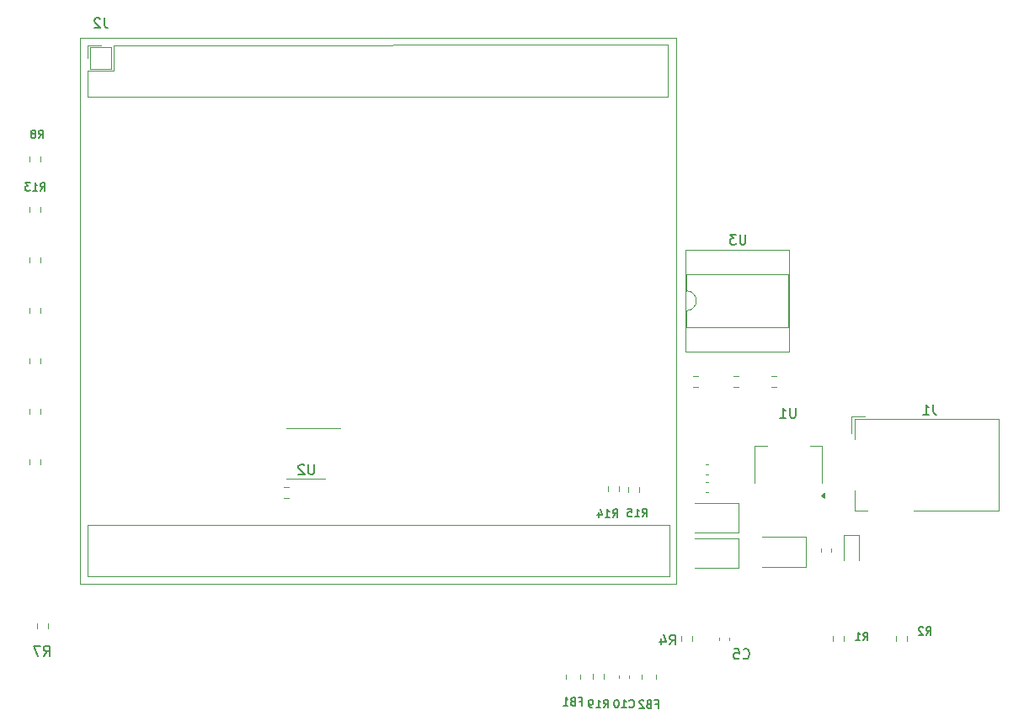
<source format=gbr>
%TF.GenerationSoftware,KiCad,Pcbnew,8.0.3*%
%TF.CreationDate,2024-06-28T15:17:55+09:00*%
%TF.ProjectId,KICAD-2,4b494341-442d-4322-9e6b-696361645f70,rev?*%
%TF.SameCoordinates,Original*%
%TF.FileFunction,Legend,Bot*%
%TF.FilePolarity,Positive*%
%FSLAX46Y46*%
G04 Gerber Fmt 4.6, Leading zero omitted, Abs format (unit mm)*
G04 Created by KiCad (PCBNEW 8.0.3) date 2024-06-28 15:17:55*
%MOMM*%
%LPD*%
G01*
G04 APERTURE LIST*
%ADD10C,0.150000*%
%ADD11C,0.120000*%
G04 APERTURE END LIST*
D10*
X159916416Y-124648997D02*
X160183082Y-124648997D01*
X160183082Y-125068045D02*
X160183082Y-124268045D01*
X160183082Y-124268045D02*
X159802130Y-124268045D01*
X159230702Y-124648997D02*
X159116416Y-124687092D01*
X159116416Y-124687092D02*
X159078321Y-124725188D01*
X159078321Y-124725188D02*
X159040225Y-124801378D01*
X159040225Y-124801378D02*
X159040225Y-124915664D01*
X159040225Y-124915664D02*
X159078321Y-124991854D01*
X159078321Y-124991854D02*
X159116416Y-125029950D01*
X159116416Y-125029950D02*
X159192606Y-125068045D01*
X159192606Y-125068045D02*
X159497368Y-125068045D01*
X159497368Y-125068045D02*
X159497368Y-124268045D01*
X159497368Y-124268045D02*
X159230702Y-124268045D01*
X159230702Y-124268045D02*
X159154511Y-124306140D01*
X159154511Y-124306140D02*
X159116416Y-124344235D01*
X159116416Y-124344235D02*
X159078321Y-124420426D01*
X159078321Y-124420426D02*
X159078321Y-124496616D01*
X159078321Y-124496616D02*
X159116416Y-124572807D01*
X159116416Y-124572807D02*
X159154511Y-124610902D01*
X159154511Y-124610902D02*
X159230702Y-124648997D01*
X159230702Y-124648997D02*
X159497368Y-124648997D01*
X158278321Y-125068045D02*
X158735464Y-125068045D01*
X158506892Y-125068045D02*
X158506892Y-124268045D01*
X158506892Y-124268045D02*
X158583083Y-124382330D01*
X158583083Y-124382330D02*
X158659273Y-124458521D01*
X158659273Y-124458521D02*
X158735464Y-124496616D01*
X164909249Y-125206963D02*
X164947345Y-125245059D01*
X164947345Y-125245059D02*
X165061630Y-125283154D01*
X165061630Y-125283154D02*
X165137821Y-125283154D01*
X165137821Y-125283154D02*
X165252107Y-125245059D01*
X165252107Y-125245059D02*
X165328297Y-125168868D01*
X165328297Y-125168868D02*
X165366392Y-125092678D01*
X165366392Y-125092678D02*
X165404488Y-124940297D01*
X165404488Y-124940297D02*
X165404488Y-124826011D01*
X165404488Y-124826011D02*
X165366392Y-124673630D01*
X165366392Y-124673630D02*
X165328297Y-124597439D01*
X165328297Y-124597439D02*
X165252107Y-124521249D01*
X165252107Y-124521249D02*
X165137821Y-124483154D01*
X165137821Y-124483154D02*
X165061630Y-124483154D01*
X165061630Y-124483154D02*
X164947345Y-124521249D01*
X164947345Y-124521249D02*
X164909249Y-124559344D01*
X164147345Y-125283154D02*
X164604488Y-125283154D01*
X164375916Y-125283154D02*
X164375916Y-124483154D01*
X164375916Y-124483154D02*
X164452107Y-124597439D01*
X164452107Y-124597439D02*
X164528297Y-124673630D01*
X164528297Y-124673630D02*
X164604488Y-124711725D01*
X163652106Y-124483154D02*
X163575916Y-124483154D01*
X163575916Y-124483154D02*
X163499725Y-124521249D01*
X163499725Y-124521249D02*
X163461630Y-124559344D01*
X163461630Y-124559344D02*
X163423535Y-124635535D01*
X163423535Y-124635535D02*
X163385440Y-124787916D01*
X163385440Y-124787916D02*
X163385440Y-124978392D01*
X163385440Y-124978392D02*
X163423535Y-125130773D01*
X163423535Y-125130773D02*
X163461630Y-125206963D01*
X163461630Y-125206963D02*
X163499725Y-125245059D01*
X163499725Y-125245059D02*
X163575916Y-125283154D01*
X163575916Y-125283154D02*
X163652106Y-125283154D01*
X163652106Y-125283154D02*
X163728297Y-125245059D01*
X163728297Y-125245059D02*
X163766392Y-125206963D01*
X163766392Y-125206963D02*
X163804487Y-125130773D01*
X163804487Y-125130773D02*
X163842583Y-124978392D01*
X163842583Y-124978392D02*
X163842583Y-124787916D01*
X163842583Y-124787916D02*
X163804487Y-124635535D01*
X163804487Y-124635535D02*
X163766392Y-124559344D01*
X163766392Y-124559344D02*
X163728297Y-124521249D01*
X163728297Y-124521249D02*
X163652106Y-124483154D01*
X106026416Y-120080569D02*
X106359749Y-119604378D01*
X106597844Y-120080569D02*
X106597844Y-119080569D01*
X106597844Y-119080569D02*
X106216892Y-119080569D01*
X106216892Y-119080569D02*
X106121654Y-119128188D01*
X106121654Y-119128188D02*
X106074035Y-119175807D01*
X106074035Y-119175807D02*
X106026416Y-119271045D01*
X106026416Y-119271045D02*
X106026416Y-119413902D01*
X106026416Y-119413902D02*
X106074035Y-119509140D01*
X106074035Y-119509140D02*
X106121654Y-119556759D01*
X106121654Y-119556759D02*
X106216892Y-119604378D01*
X106216892Y-119604378D02*
X106597844Y-119604378D01*
X105693082Y-119080569D02*
X105026416Y-119080569D01*
X105026416Y-119080569D02*
X105454987Y-120080569D01*
X167546416Y-124902997D02*
X167813082Y-124902997D01*
X167813082Y-125322045D02*
X167813082Y-124522045D01*
X167813082Y-124522045D02*
X167432130Y-124522045D01*
X166860702Y-124902997D02*
X166746416Y-124941092D01*
X166746416Y-124941092D02*
X166708321Y-124979188D01*
X166708321Y-124979188D02*
X166670225Y-125055378D01*
X166670225Y-125055378D02*
X166670225Y-125169664D01*
X166670225Y-125169664D02*
X166708321Y-125245854D01*
X166708321Y-125245854D02*
X166746416Y-125283950D01*
X166746416Y-125283950D02*
X166822606Y-125322045D01*
X166822606Y-125322045D02*
X167127368Y-125322045D01*
X167127368Y-125322045D02*
X167127368Y-124522045D01*
X167127368Y-124522045D02*
X166860702Y-124522045D01*
X166860702Y-124522045D02*
X166784511Y-124560140D01*
X166784511Y-124560140D02*
X166746416Y-124598235D01*
X166746416Y-124598235D02*
X166708321Y-124674426D01*
X166708321Y-124674426D02*
X166708321Y-124750616D01*
X166708321Y-124750616D02*
X166746416Y-124826807D01*
X166746416Y-124826807D02*
X166784511Y-124864902D01*
X166784511Y-124864902D02*
X166860702Y-124902997D01*
X166860702Y-124902997D02*
X167127368Y-124902997D01*
X166365464Y-124598235D02*
X166327368Y-124560140D01*
X166327368Y-124560140D02*
X166251178Y-124522045D01*
X166251178Y-124522045D02*
X166060702Y-124522045D01*
X166060702Y-124522045D02*
X165984511Y-124560140D01*
X165984511Y-124560140D02*
X165946416Y-124598235D01*
X165946416Y-124598235D02*
X165908321Y-124674426D01*
X165908321Y-124674426D02*
X165908321Y-124750616D01*
X165908321Y-124750616D02*
X165946416Y-124864902D01*
X165946416Y-124864902D02*
X166403559Y-125322045D01*
X166403559Y-125322045D02*
X165908321Y-125322045D01*
X105522563Y-67974962D02*
X105789230Y-67594009D01*
X105979706Y-67974962D02*
X105979706Y-67174962D01*
X105979706Y-67174962D02*
X105674944Y-67174962D01*
X105674944Y-67174962D02*
X105598754Y-67213057D01*
X105598754Y-67213057D02*
X105560659Y-67251152D01*
X105560659Y-67251152D02*
X105522563Y-67327343D01*
X105522563Y-67327343D02*
X105522563Y-67441628D01*
X105522563Y-67441628D02*
X105560659Y-67517819D01*
X105560659Y-67517819D02*
X105598754Y-67555914D01*
X105598754Y-67555914D02*
X105674944Y-67594009D01*
X105674944Y-67594009D02*
X105979706Y-67594009D01*
X105065421Y-67517819D02*
X105141611Y-67479724D01*
X105141611Y-67479724D02*
X105179706Y-67441628D01*
X105179706Y-67441628D02*
X105217802Y-67365438D01*
X105217802Y-67365438D02*
X105217802Y-67327343D01*
X105217802Y-67327343D02*
X105179706Y-67251152D01*
X105179706Y-67251152D02*
X105141611Y-67213057D01*
X105141611Y-67213057D02*
X105065421Y-67174962D01*
X105065421Y-67174962D02*
X104913040Y-67174962D01*
X104913040Y-67174962D02*
X104836849Y-67213057D01*
X104836849Y-67213057D02*
X104798754Y-67251152D01*
X104798754Y-67251152D02*
X104760659Y-67327343D01*
X104760659Y-67327343D02*
X104760659Y-67365438D01*
X104760659Y-67365438D02*
X104798754Y-67441628D01*
X104798754Y-67441628D02*
X104836849Y-67479724D01*
X104836849Y-67479724D02*
X104913040Y-67517819D01*
X104913040Y-67517819D02*
X105065421Y-67517819D01*
X105065421Y-67517819D02*
X105141611Y-67555914D01*
X105141611Y-67555914D02*
X105179706Y-67594009D01*
X105179706Y-67594009D02*
X105217802Y-67670200D01*
X105217802Y-67670200D02*
X105217802Y-67822581D01*
X105217802Y-67822581D02*
X105179706Y-67898771D01*
X105179706Y-67898771D02*
X105141611Y-67936867D01*
X105141611Y-67936867D02*
X105065421Y-67974962D01*
X105065421Y-67974962D02*
X104913040Y-67974962D01*
X104913040Y-67974962D02*
X104836849Y-67936867D01*
X104836849Y-67936867D02*
X104798754Y-67898771D01*
X104798754Y-67898771D02*
X104760659Y-67822581D01*
X104760659Y-67822581D02*
X104760659Y-67670200D01*
X104760659Y-67670200D02*
X104798754Y-67594009D01*
X104798754Y-67594009D02*
X104836849Y-67555914D01*
X104836849Y-67555914D02*
X104913040Y-67517819D01*
X133220904Y-100819819D02*
X133220904Y-101629342D01*
X133220904Y-101629342D02*
X133173285Y-101724580D01*
X133173285Y-101724580D02*
X133125666Y-101772200D01*
X133125666Y-101772200D02*
X133030428Y-101819819D01*
X133030428Y-101819819D02*
X132839952Y-101819819D01*
X132839952Y-101819819D02*
X132744714Y-101772200D01*
X132744714Y-101772200D02*
X132697095Y-101724580D01*
X132697095Y-101724580D02*
X132649476Y-101629342D01*
X132649476Y-101629342D02*
X132649476Y-100819819D01*
X132220904Y-100915057D02*
X132173285Y-100867438D01*
X132173285Y-100867438D02*
X132078047Y-100819819D01*
X132078047Y-100819819D02*
X131839952Y-100819819D01*
X131839952Y-100819819D02*
X131744714Y-100867438D01*
X131744714Y-100867438D02*
X131697095Y-100915057D01*
X131697095Y-100915057D02*
X131649476Y-101010295D01*
X131649476Y-101010295D02*
X131649476Y-101105533D01*
X131649476Y-101105533D02*
X131697095Y-101248390D01*
X131697095Y-101248390D02*
X132268523Y-101819819D01*
X132268523Y-101819819D02*
X131649476Y-101819819D01*
X181639904Y-95122819D02*
X181639904Y-95932342D01*
X181639904Y-95932342D02*
X181592285Y-96027580D01*
X181592285Y-96027580D02*
X181544666Y-96075200D01*
X181544666Y-96075200D02*
X181449428Y-96122819D01*
X181449428Y-96122819D02*
X181258952Y-96122819D01*
X181258952Y-96122819D02*
X181163714Y-96075200D01*
X181163714Y-96075200D02*
X181116095Y-96027580D01*
X181116095Y-96027580D02*
X181068476Y-95932342D01*
X181068476Y-95932342D02*
X181068476Y-95122819D01*
X180068476Y-96122819D02*
X180639904Y-96122819D01*
X180354190Y-96122819D02*
X180354190Y-95122819D01*
X180354190Y-95122819D02*
X180449428Y-95265676D01*
X180449428Y-95265676D02*
X180544666Y-95360914D01*
X180544666Y-95360914D02*
X180639904Y-95408533D01*
X112133333Y-55888819D02*
X112133333Y-56603104D01*
X112133333Y-56603104D02*
X112180952Y-56745961D01*
X112180952Y-56745961D02*
X112276190Y-56841200D01*
X112276190Y-56841200D02*
X112419047Y-56888819D01*
X112419047Y-56888819D02*
X112514285Y-56888819D01*
X111704761Y-55984057D02*
X111657142Y-55936438D01*
X111657142Y-55936438D02*
X111561904Y-55888819D01*
X111561904Y-55888819D02*
X111323809Y-55888819D01*
X111323809Y-55888819D02*
X111228571Y-55936438D01*
X111228571Y-55936438D02*
X111180952Y-55984057D01*
X111180952Y-55984057D02*
X111133333Y-56079295D01*
X111133333Y-56079295D02*
X111133333Y-56174533D01*
X111133333Y-56174533D02*
X111180952Y-56317390D01*
X111180952Y-56317390D02*
X111752380Y-56888819D01*
X111752380Y-56888819D02*
X111133333Y-56888819D01*
X162327936Y-125283154D02*
X162594603Y-124902201D01*
X162785079Y-125283154D02*
X162785079Y-124483154D01*
X162785079Y-124483154D02*
X162480317Y-124483154D01*
X162480317Y-124483154D02*
X162404127Y-124521249D01*
X162404127Y-124521249D02*
X162366032Y-124559344D01*
X162366032Y-124559344D02*
X162327936Y-124635535D01*
X162327936Y-124635535D02*
X162327936Y-124749820D01*
X162327936Y-124749820D02*
X162366032Y-124826011D01*
X162366032Y-124826011D02*
X162404127Y-124864106D01*
X162404127Y-124864106D02*
X162480317Y-124902201D01*
X162480317Y-124902201D02*
X162785079Y-124902201D01*
X161566032Y-125283154D02*
X162023175Y-125283154D01*
X161794603Y-125283154D02*
X161794603Y-124483154D01*
X161794603Y-124483154D02*
X161870794Y-124597439D01*
X161870794Y-124597439D02*
X161946984Y-124673630D01*
X161946984Y-124673630D02*
X162023175Y-124711725D01*
X161185079Y-125283154D02*
X161032698Y-125283154D01*
X161032698Y-125283154D02*
X160956508Y-125245059D01*
X160956508Y-125245059D02*
X160918412Y-125206963D01*
X160918412Y-125206963D02*
X160842222Y-125092678D01*
X160842222Y-125092678D02*
X160804127Y-124940297D01*
X160804127Y-124940297D02*
X160804127Y-124635535D01*
X160804127Y-124635535D02*
X160842222Y-124559344D01*
X160842222Y-124559344D02*
X160880317Y-124521249D01*
X160880317Y-124521249D02*
X160956508Y-124483154D01*
X160956508Y-124483154D02*
X161108889Y-124483154D01*
X161108889Y-124483154D02*
X161185079Y-124521249D01*
X161185079Y-124521249D02*
X161223174Y-124559344D01*
X161223174Y-124559344D02*
X161261270Y-124635535D01*
X161261270Y-124635535D02*
X161261270Y-124826011D01*
X161261270Y-124826011D02*
X161223174Y-124902201D01*
X161223174Y-124902201D02*
X161185079Y-124940297D01*
X161185079Y-124940297D02*
X161108889Y-124978392D01*
X161108889Y-124978392D02*
X160956508Y-124978392D01*
X160956508Y-124978392D02*
X160880317Y-124940297D01*
X160880317Y-124940297D02*
X160842222Y-124902201D01*
X160842222Y-124902201D02*
X160804127Y-124826011D01*
X194739226Y-117969432D02*
X195005893Y-117588479D01*
X195196369Y-117969432D02*
X195196369Y-117169432D01*
X195196369Y-117169432D02*
X194891607Y-117169432D01*
X194891607Y-117169432D02*
X194815417Y-117207527D01*
X194815417Y-117207527D02*
X194777322Y-117245622D01*
X194777322Y-117245622D02*
X194739226Y-117321813D01*
X194739226Y-117321813D02*
X194739226Y-117436098D01*
X194739226Y-117436098D02*
X194777322Y-117512289D01*
X194777322Y-117512289D02*
X194815417Y-117550384D01*
X194815417Y-117550384D02*
X194891607Y-117588479D01*
X194891607Y-117588479D02*
X195196369Y-117588479D01*
X194434465Y-117245622D02*
X194396369Y-117207527D01*
X194396369Y-117207527D02*
X194320179Y-117169432D01*
X194320179Y-117169432D02*
X194129703Y-117169432D01*
X194129703Y-117169432D02*
X194053512Y-117207527D01*
X194053512Y-117207527D02*
X194015417Y-117245622D01*
X194015417Y-117245622D02*
X193977322Y-117321813D01*
X193977322Y-117321813D02*
X193977322Y-117398003D01*
X193977322Y-117398003D02*
X194015417Y-117512289D01*
X194015417Y-117512289D02*
X194472560Y-117969432D01*
X194472560Y-117969432D02*
X193977322Y-117969432D01*
X105688388Y-73270090D02*
X105955055Y-72889137D01*
X106145531Y-73270090D02*
X106145531Y-72470090D01*
X106145531Y-72470090D02*
X105840769Y-72470090D01*
X105840769Y-72470090D02*
X105764579Y-72508185D01*
X105764579Y-72508185D02*
X105726484Y-72546280D01*
X105726484Y-72546280D02*
X105688388Y-72622471D01*
X105688388Y-72622471D02*
X105688388Y-72736756D01*
X105688388Y-72736756D02*
X105726484Y-72812947D01*
X105726484Y-72812947D02*
X105764579Y-72851042D01*
X105764579Y-72851042D02*
X105840769Y-72889137D01*
X105840769Y-72889137D02*
X106145531Y-72889137D01*
X104926484Y-73270090D02*
X105383627Y-73270090D01*
X105155055Y-73270090D02*
X105155055Y-72470090D01*
X105155055Y-72470090D02*
X105231246Y-72584375D01*
X105231246Y-72584375D02*
X105307436Y-72660566D01*
X105307436Y-72660566D02*
X105383627Y-72698661D01*
X104659817Y-72470090D02*
X104164579Y-72470090D01*
X104164579Y-72470090D02*
X104431245Y-72774852D01*
X104431245Y-72774852D02*
X104316960Y-72774852D01*
X104316960Y-72774852D02*
X104240769Y-72812947D01*
X104240769Y-72812947D02*
X104202674Y-72851042D01*
X104202674Y-72851042D02*
X104164579Y-72927233D01*
X104164579Y-72927233D02*
X104164579Y-73117709D01*
X104164579Y-73117709D02*
X104202674Y-73193899D01*
X104202674Y-73193899D02*
X104240769Y-73231995D01*
X104240769Y-73231995D02*
X104316960Y-73270090D01*
X104316960Y-73270090D02*
X104545531Y-73270090D01*
X104545531Y-73270090D02*
X104621722Y-73231995D01*
X104621722Y-73231995D02*
X104659817Y-73193899D01*
X163254177Y-106133717D02*
X163520844Y-105752764D01*
X163711320Y-106133717D02*
X163711320Y-105333717D01*
X163711320Y-105333717D02*
X163406558Y-105333717D01*
X163406558Y-105333717D02*
X163330368Y-105371812D01*
X163330368Y-105371812D02*
X163292273Y-105409907D01*
X163292273Y-105409907D02*
X163254177Y-105486098D01*
X163254177Y-105486098D02*
X163254177Y-105600383D01*
X163254177Y-105600383D02*
X163292273Y-105676574D01*
X163292273Y-105676574D02*
X163330368Y-105714669D01*
X163330368Y-105714669D02*
X163406558Y-105752764D01*
X163406558Y-105752764D02*
X163711320Y-105752764D01*
X162492273Y-106133717D02*
X162949416Y-106133717D01*
X162720844Y-106133717D02*
X162720844Y-105333717D01*
X162720844Y-105333717D02*
X162797035Y-105448002D01*
X162797035Y-105448002D02*
X162873225Y-105524193D01*
X162873225Y-105524193D02*
X162949416Y-105562288D01*
X161806558Y-105600383D02*
X161806558Y-106133717D01*
X161997034Y-105295622D02*
X162187511Y-105867050D01*
X162187511Y-105867050D02*
X161692272Y-105867050D01*
X195446281Y-94799317D02*
X195446281Y-95513602D01*
X195446281Y-95513602D02*
X195493900Y-95656459D01*
X195493900Y-95656459D02*
X195589138Y-95751698D01*
X195589138Y-95751698D02*
X195731995Y-95799317D01*
X195731995Y-95799317D02*
X195827233Y-95799317D01*
X194446281Y-95799317D02*
X195017709Y-95799317D01*
X194731995Y-95799317D02*
X194731995Y-94799317D01*
X194731995Y-94799317D02*
X194827233Y-94942174D01*
X194827233Y-94942174D02*
X194922471Y-95037412D01*
X194922471Y-95037412D02*
X195017709Y-95085031D01*
X176597792Y-77668916D02*
X176597792Y-78478439D01*
X176597792Y-78478439D02*
X176550173Y-78573677D01*
X176550173Y-78573677D02*
X176502554Y-78621297D01*
X176502554Y-78621297D02*
X176407316Y-78668916D01*
X176407316Y-78668916D02*
X176216840Y-78668916D01*
X176216840Y-78668916D02*
X176121602Y-78621297D01*
X176121602Y-78621297D02*
X176073983Y-78573677D01*
X176073983Y-78573677D02*
X176026364Y-78478439D01*
X176026364Y-78478439D02*
X176026364Y-77668916D01*
X175645411Y-77668916D02*
X175026364Y-77668916D01*
X175026364Y-77668916D02*
X175359697Y-78049868D01*
X175359697Y-78049868D02*
X175216840Y-78049868D01*
X175216840Y-78049868D02*
X175121602Y-78097487D01*
X175121602Y-78097487D02*
X175073983Y-78145106D01*
X175073983Y-78145106D02*
X175026364Y-78240344D01*
X175026364Y-78240344D02*
X175026364Y-78478439D01*
X175026364Y-78478439D02*
X175073983Y-78573677D01*
X175073983Y-78573677D02*
X175121602Y-78621297D01*
X175121602Y-78621297D02*
X175216840Y-78668916D01*
X175216840Y-78668916D02*
X175502554Y-78668916D01*
X175502554Y-78668916D02*
X175597792Y-78621297D01*
X175597792Y-78621297D02*
X175645411Y-78573677D01*
X168973061Y-118963708D02*
X169306394Y-118487517D01*
X169544489Y-118963708D02*
X169544489Y-117963708D01*
X169544489Y-117963708D02*
X169163537Y-117963708D01*
X169163537Y-117963708D02*
X169068299Y-118011327D01*
X169068299Y-118011327D02*
X169020680Y-118058946D01*
X169020680Y-118058946D02*
X168973061Y-118154184D01*
X168973061Y-118154184D02*
X168973061Y-118297041D01*
X168973061Y-118297041D02*
X169020680Y-118392279D01*
X169020680Y-118392279D02*
X169068299Y-118439898D01*
X169068299Y-118439898D02*
X169163537Y-118487517D01*
X169163537Y-118487517D02*
X169544489Y-118487517D01*
X168115918Y-118297041D02*
X168115918Y-118963708D01*
X168354013Y-117916089D02*
X168592108Y-118630374D01*
X168592108Y-118630374D02*
X167973061Y-118630374D01*
X166225573Y-106059358D02*
X166492240Y-105678405D01*
X166682716Y-106059358D02*
X166682716Y-105259358D01*
X166682716Y-105259358D02*
X166377954Y-105259358D01*
X166377954Y-105259358D02*
X166301764Y-105297453D01*
X166301764Y-105297453D02*
X166263669Y-105335548D01*
X166263669Y-105335548D02*
X166225573Y-105411739D01*
X166225573Y-105411739D02*
X166225573Y-105526024D01*
X166225573Y-105526024D02*
X166263669Y-105602215D01*
X166263669Y-105602215D02*
X166301764Y-105640310D01*
X166301764Y-105640310D02*
X166377954Y-105678405D01*
X166377954Y-105678405D02*
X166682716Y-105678405D01*
X165463669Y-106059358D02*
X165920812Y-106059358D01*
X165692240Y-106059358D02*
X165692240Y-105259358D01*
X165692240Y-105259358D02*
X165768431Y-105373643D01*
X165768431Y-105373643D02*
X165844621Y-105449834D01*
X165844621Y-105449834D02*
X165920812Y-105487929D01*
X164739859Y-105259358D02*
X165120811Y-105259358D01*
X165120811Y-105259358D02*
X165158907Y-105640310D01*
X165158907Y-105640310D02*
X165120811Y-105602215D01*
X165120811Y-105602215D02*
X165044621Y-105564120D01*
X165044621Y-105564120D02*
X164854145Y-105564120D01*
X164854145Y-105564120D02*
X164777954Y-105602215D01*
X164777954Y-105602215D02*
X164739859Y-105640310D01*
X164739859Y-105640310D02*
X164701764Y-105716501D01*
X164701764Y-105716501D02*
X164701764Y-105906977D01*
X164701764Y-105906977D02*
X164739859Y-105983167D01*
X164739859Y-105983167D02*
X164777954Y-106021263D01*
X164777954Y-106021263D02*
X164854145Y-106059358D01*
X164854145Y-106059358D02*
X165044621Y-106059358D01*
X165044621Y-106059358D02*
X165120811Y-106021263D01*
X165120811Y-106021263D02*
X165158907Y-105983167D01*
X188429348Y-118519156D02*
X188696015Y-118138203D01*
X188886491Y-118519156D02*
X188886491Y-117719156D01*
X188886491Y-117719156D02*
X188581729Y-117719156D01*
X188581729Y-117719156D02*
X188505539Y-117757251D01*
X188505539Y-117757251D02*
X188467444Y-117795346D01*
X188467444Y-117795346D02*
X188429348Y-117871537D01*
X188429348Y-117871537D02*
X188429348Y-117985822D01*
X188429348Y-117985822D02*
X188467444Y-118062013D01*
X188467444Y-118062013D02*
X188505539Y-118100108D01*
X188505539Y-118100108D02*
X188581729Y-118138203D01*
X188581729Y-118138203D02*
X188886491Y-118138203D01*
X187667444Y-118519156D02*
X188124587Y-118519156D01*
X187896015Y-118519156D02*
X187896015Y-117719156D01*
X187896015Y-117719156D02*
X187972206Y-117833441D01*
X187972206Y-117833441D02*
X188048396Y-117909632D01*
X188048396Y-117909632D02*
X188124587Y-117947727D01*
X176358486Y-120278631D02*
X176406105Y-120326251D01*
X176406105Y-120326251D02*
X176548962Y-120373870D01*
X176548962Y-120373870D02*
X176644200Y-120373870D01*
X176644200Y-120373870D02*
X176787057Y-120326251D01*
X176787057Y-120326251D02*
X176882295Y-120231012D01*
X176882295Y-120231012D02*
X176929914Y-120135774D01*
X176929914Y-120135774D02*
X176977533Y-119945298D01*
X176977533Y-119945298D02*
X176977533Y-119802441D01*
X176977533Y-119802441D02*
X176929914Y-119611965D01*
X176929914Y-119611965D02*
X176882295Y-119516727D01*
X176882295Y-119516727D02*
X176787057Y-119421489D01*
X176787057Y-119421489D02*
X176644200Y-119373870D01*
X176644200Y-119373870D02*
X176548962Y-119373870D01*
X176548962Y-119373870D02*
X176406105Y-119421489D01*
X176406105Y-119421489D02*
X176358486Y-119469108D01*
X175453724Y-119373870D02*
X175929914Y-119373870D01*
X175929914Y-119373870D02*
X175977533Y-119850060D01*
X175977533Y-119850060D02*
X175929914Y-119802441D01*
X175929914Y-119802441D02*
X175834676Y-119754822D01*
X175834676Y-119754822D02*
X175596581Y-119754822D01*
X175596581Y-119754822D02*
X175501343Y-119802441D01*
X175501343Y-119802441D02*
X175453724Y-119850060D01*
X175453724Y-119850060D02*
X175406105Y-119945298D01*
X175406105Y-119945298D02*
X175406105Y-120183393D01*
X175406105Y-120183393D02*
X175453724Y-120278631D01*
X175453724Y-120278631D02*
X175501343Y-120326251D01*
X175501343Y-120326251D02*
X175596581Y-120373870D01*
X175596581Y-120373870D02*
X175834676Y-120373870D01*
X175834676Y-120373870D02*
X175929914Y-120326251D01*
X175929914Y-120326251D02*
X175977533Y-120278631D01*
D11*
%TO.C,FB1*%
X158524750Y-121938686D02*
X158524750Y-122392814D01*
X159994750Y-121938686D02*
X159994750Y-122392814D01*
%TO.C,C10*%
X163829750Y-122312017D02*
X163829750Y-122019483D01*
X164849750Y-122312017D02*
X164849750Y-122019483D01*
%TO.C,C4*%
X171478000Y-107682000D02*
X175863000Y-107682000D01*
X175863000Y-104662000D02*
X171478000Y-104662000D01*
X175863000Y-107682000D02*
X175863000Y-104662000D01*
%TO.C,R9*%
X104633500Y-100838724D02*
X104633500Y-100329276D01*
X105678500Y-100838724D02*
X105678500Y-100329276D01*
%TO.C,R12*%
X104633500Y-90678724D02*
X104633500Y-90169276D01*
X105678500Y-90678724D02*
X105678500Y-90169276D01*
%TO.C,R7*%
X105397250Y-117340474D02*
X105397250Y-116831026D01*
X106442250Y-117340474D02*
X106442250Y-116831026D01*
%TO.C,FB2*%
X166144750Y-121938686D02*
X166144750Y-122392814D01*
X167614750Y-121938686D02*
X167614750Y-122392814D01*
%TO.C,R17*%
X175872224Y-91933500D02*
X175362776Y-91933500D01*
X175872224Y-92978500D02*
X175362776Y-92978500D01*
%TO.C,D1*%
X186513000Y-107956000D02*
X186513000Y-110416000D01*
X187983000Y-107956000D02*
X186513000Y-107956000D01*
X187983000Y-110416000D02*
X187983000Y-107956000D01*
%TO.C,R3*%
X104633500Y-80518724D02*
X104633500Y-80009276D01*
X105678500Y-80518724D02*
X105678500Y-80009276D01*
%TO.C,R16*%
X171855224Y-91933500D02*
X171345776Y-91933500D01*
X171855224Y-92978500D02*
X171345776Y-92978500D01*
%TO.C,R8*%
X104633500Y-70358724D02*
X104633500Y-69849276D01*
X105678500Y-70358724D02*
X105678500Y-69849276D01*
%TO.C,U2*%
X130449000Y-97135000D02*
X132399000Y-97135000D01*
X130449000Y-102255000D02*
X132399000Y-102255000D01*
X134349000Y-102255000D02*
X132399000Y-102255000D01*
X135849000Y-97135000D02*
X132399000Y-97135000D01*
%TO.C,C9*%
X172573733Y-102614000D02*
X172866267Y-102614000D01*
X172573733Y-103634000D02*
X172866267Y-103634000D01*
%TO.C,U1*%
X177488000Y-98918000D02*
X177488000Y-102678000D01*
X178748000Y-98918000D02*
X177488000Y-98918000D01*
X183048000Y-98918000D02*
X184308000Y-98918000D01*
X184308000Y-98918000D02*
X184308000Y-102678000D01*
X184538000Y-104198000D02*
X184208000Y-103958000D01*
X184538000Y-103718000D01*
X184538000Y-104198000D01*
G36*
X184538000Y-104198000D02*
G01*
X184208000Y-103958000D01*
X184538000Y-103718000D01*
X184538000Y-104198000D01*
G37*
%TO.C,F1*%
X184198000Y-109646267D02*
X184198000Y-109303733D01*
X185218000Y-109646267D02*
X185218000Y-109303733D01*
%TO.C,R11*%
X104633500Y-85089276D02*
X104633500Y-85598724D01*
X105678500Y-85089276D02*
X105678500Y-85598724D01*
%TO.C,C3*%
X178285000Y-111126000D02*
X182670000Y-111126000D01*
X182670000Y-108106000D02*
X178285000Y-108106000D01*
X182670000Y-111126000D02*
X182670000Y-108106000D01*
%TO.C,R18*%
X179682224Y-91933500D02*
X179172776Y-91933500D01*
X179682224Y-92978500D02*
X179172776Y-92978500D01*
%TO.C,J2*%
X110430000Y-58614000D02*
X111760000Y-58614000D01*
X110430000Y-59944000D02*
X110430000Y-58614000D01*
X110430000Y-61214000D02*
X113030000Y-61214000D01*
X110430000Y-63814000D02*
X110430000Y-61214000D01*
X110430000Y-112074000D02*
X110430000Y-106874000D01*
X113030000Y-61214000D02*
X113030000Y-58614000D01*
X168810000Y-58594000D02*
X113030000Y-58614000D01*
X168810000Y-63794000D02*
X110430000Y-63814000D01*
X168810000Y-63794000D02*
X168810000Y-58594000D01*
X168910000Y-106874000D02*
X110430000Y-106874000D01*
X168910000Y-112074000D02*
X110430000Y-112074000D01*
X168910000Y-112074000D02*
X168910000Y-106874000D01*
X112820000Y-61014000D02*
X110660000Y-61014000D01*
X110660000Y-58834000D01*
X112820000Y-58834000D01*
X112820000Y-61014000D01*
X169610000Y-112794000D02*
X109710000Y-112794000D01*
X109710000Y-57844000D01*
X169610000Y-57844000D01*
X169610000Y-112794000D01*
%TO.C,C1*%
X172573733Y-100836000D02*
X172866267Y-100836000D01*
X172573733Y-101856000D02*
X172866267Y-101856000D01*
%TO.C,R19*%
X161277250Y-121911026D02*
X161277250Y-122420474D01*
X162322250Y-121911026D02*
X162322250Y-122420474D01*
%TO.C,R2*%
X191747250Y-118101026D02*
X191747250Y-118610474D01*
X192792250Y-118101026D02*
X192792250Y-118610474D01*
%TO.C,C2*%
X171478000Y-111238000D02*
X175863000Y-111238000D01*
X175863000Y-108218000D02*
X171478000Y-108218000D01*
X175863000Y-111238000D02*
X175863000Y-108218000D01*
%TO.C,R13*%
X104633500Y-75438724D02*
X104633500Y-74929276D01*
X105678500Y-75438724D02*
X105678500Y-74929276D01*
%TO.C,R6*%
X130707224Y-103109500D02*
X130197776Y-103109500D01*
X130707224Y-104154500D02*
X130197776Y-104154500D01*
%TO.C,R14*%
X162799500Y-103529224D02*
X162799500Y-103019776D01*
X163844500Y-103529224D02*
X163844500Y-103019776D01*
%TO.C,J1*%
X187264000Y-95938000D02*
X187264000Y-97638000D01*
X187564000Y-96238000D02*
X202064000Y-96238000D01*
X187564000Y-98238000D02*
X187564000Y-96238000D01*
X187564000Y-105438000D02*
X187564000Y-103438000D01*
X188564000Y-95938000D02*
X187264000Y-95938000D01*
X188864000Y-105438000D02*
X187564000Y-105438000D01*
X202064000Y-96238000D02*
X202064000Y-105438000D01*
X202064000Y-105438000D02*
X193464000Y-105438000D01*
%TO.C,U3*%
X170578000Y-79198000D02*
X170578000Y-89478000D01*
X170578000Y-89478000D02*
X180978000Y-89478000D01*
X170638000Y-81688000D02*
X170638000Y-83338000D01*
X170638000Y-85338000D02*
X170638000Y-86988000D01*
X170638000Y-86988000D02*
X180918000Y-86988000D01*
X180918000Y-81688000D02*
X170638000Y-81688000D01*
X180918000Y-86988000D02*
X180918000Y-81688000D01*
X180978000Y-79198000D02*
X170578000Y-79198000D01*
X180978000Y-89478000D02*
X180978000Y-79198000D01*
X170638000Y-83338000D02*
G75*
G02*
X170638000Y-85338000I0J-1000000D01*
G01*
%TO.C,R4*%
X170157250Y-118610474D02*
X170157250Y-118101026D01*
X171202250Y-118610474D02*
X171202250Y-118101026D01*
%TO.C,R15*%
X164831500Y-103632724D02*
X164831500Y-103123276D01*
X165876500Y-103632724D02*
X165876500Y-103123276D01*
%TO.C,R10*%
X104633500Y-95758724D02*
X104633500Y-95249276D01*
X105678500Y-95758724D02*
X105678500Y-95249276D01*
%TO.C,R1*%
X185397250Y-118101026D02*
X185397250Y-118610474D01*
X186442250Y-118101026D02*
X186442250Y-118610474D01*
%TO.C,C5*%
X173979750Y-118502017D02*
X173979750Y-118209483D01*
X174999750Y-118502017D02*
X174999750Y-118209483D01*
%TD*%
M02*

</source>
